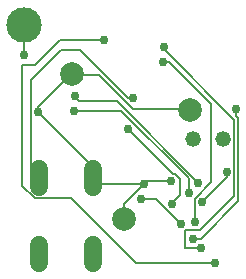
<source format=gbr>
G04 EAGLE Gerber RS-274X export*
G75*
%MOMM*%
%FSLAX34Y34*%
%LPD*%
%INBottom Copper*%
%IPPOS*%
%AMOC8*
5,1,8,0,0,1.08239X$1,22.5*%
G01*
%ADD10C,1.320800*%
%ADD11C,1.524000*%
%ADD12C,2.000000*%
%ADD13C,3.000000*%
%ADD14C,0.756400*%
%ADD15C,0.152400*%


D10*
X173300Y143000D03*
X198700Y143000D03*
D11*
X88606Y118132D02*
X88606Y102892D01*
X43394Y102892D02*
X43394Y118132D01*
X88606Y53108D02*
X88606Y37868D01*
X43394Y37868D02*
X43394Y53108D01*
D12*
X71000Y198000D03*
X171000Y168000D03*
D13*
X30000Y240000D03*
D12*
X115000Y75000D03*
D14*
X163000Y71000D03*
D15*
X142000Y92000D02*
X129000Y92000D01*
D14*
X129000Y92000D03*
D15*
X142000Y92000D02*
X163000Y71000D01*
D14*
X30000Y214000D03*
D15*
X30000Y240000D01*
X91887Y105252D02*
X132064Y105252D01*
X91887Y105252D02*
X88606Y110512D01*
X134540Y107728D02*
X154924Y107728D01*
X134540Y107728D02*
X132064Y105252D01*
X42148Y165640D02*
X42148Y170212D01*
X69580Y197644D01*
X71000Y198000D01*
X122920Y168688D02*
X170164Y168688D01*
X122920Y168688D02*
X93964Y197644D01*
X71104Y197644D01*
X170164Y168688D02*
X171000Y168000D01*
X71104Y197644D02*
X71000Y198000D01*
X87868Y119920D02*
X87868Y110776D01*
X87868Y119920D02*
X42148Y165640D01*
X87868Y110776D02*
X88606Y110512D01*
D14*
X132064Y105252D03*
X154924Y107728D03*
X42148Y165640D03*
D15*
X115000Y88188D02*
X132064Y105252D01*
X115000Y88188D02*
X115000Y75000D01*
X156448Y113824D02*
X118348Y151924D01*
X156448Y113824D02*
X157972Y113824D01*
X162544Y109252D01*
X162544Y96012D01*
X155640Y89108D01*
X155640Y88108D01*
D14*
X118348Y151924D03*
X155640Y88108D03*
D15*
X108728Y175308D02*
X77152Y175308D01*
X73152Y179308D01*
X108728Y175308D02*
X177784Y106252D01*
D14*
X73152Y179308D03*
X177784Y106252D03*
D15*
X112252Y167164D02*
X73104Y167164D01*
X112252Y167164D02*
X169640Y109776D01*
X169640Y97252D01*
D14*
X73104Y167164D03*
X169640Y97252D03*
D15*
X122920Y177832D02*
X118348Y177832D01*
X77820Y218360D01*
X61532Y218360D01*
X36052Y192880D01*
X36052Y116872D01*
X42148Y110776D01*
X43394Y110512D01*
D14*
X122920Y177832D03*
D15*
X202168Y115348D02*
X202168Y110776D01*
X180832Y89440D01*
D14*
X202168Y115348D03*
X180832Y89440D03*
D15*
X209788Y162592D02*
X209788Y168688D01*
X209788Y162592D02*
X211312Y161068D01*
D14*
X209788Y168688D03*
X173308Y58912D03*
D15*
X179912Y58912D01*
X211312Y90312D01*
X211312Y161068D01*
X208264Y159544D02*
X148828Y218980D01*
X148828Y221456D01*
D14*
X148828Y221456D03*
X180308Y50768D03*
D15*
X179000Y66000D02*
X167000Y66000D01*
X167000Y50768D01*
X180308Y50768D01*
X208264Y95264D02*
X208264Y159544D01*
X208264Y95264D02*
X179000Y66000D01*
D14*
X192100Y37959D03*
D15*
X125041Y37959D01*
X70014Y92986D02*
X39291Y92986D01*
X29000Y103277D01*
X29000Y206000D01*
X40000Y206000D02*
X61000Y227000D01*
X98000Y227000D01*
D14*
X98000Y227000D03*
D15*
X70014Y92986D02*
X125041Y37959D01*
X40000Y206000D02*
X29000Y206000D01*
X153352Y208312D02*
X188880Y172784D01*
X153352Y208312D02*
X148352Y208312D01*
X188880Y172784D02*
X188880Y106632D01*
X174736Y92488D01*
X174736Y72676D01*
D14*
X148352Y208312D03*
X174736Y72676D03*
M02*

</source>
